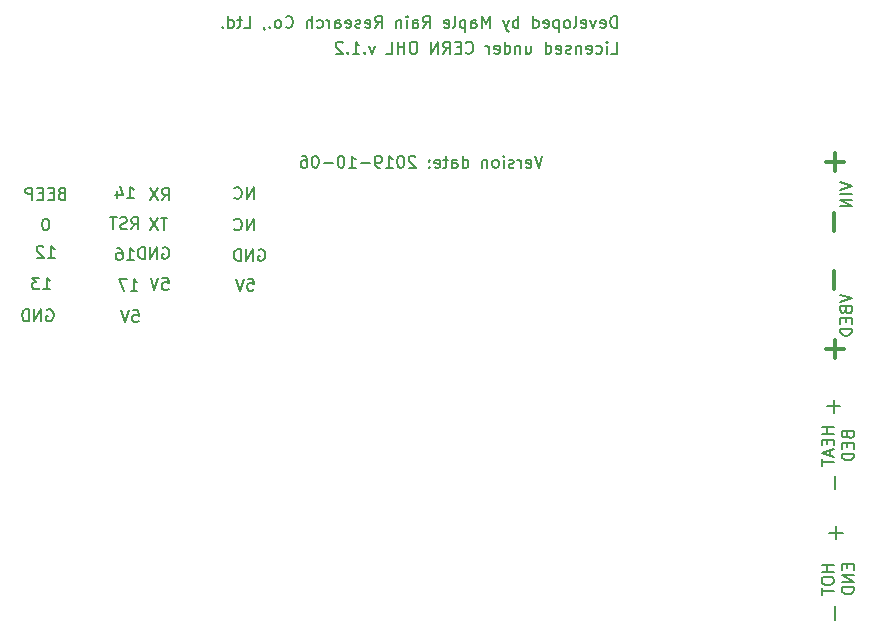
<source format=gbo>
G04 #@! TF.GenerationSoftware,KiCad,Pcbnew,5.0.2-bee76a0~70~ubuntu18.04.1*
G04 #@! TF.CreationDate,2019-11-03T09:41:25+09:00*
G04 #@! TF.ProjectId,MRR_ESPE,4d52525f-4553-4504-952e-6b696361645f,v0.5*
G04 #@! TF.SameCoordinates,Original*
G04 #@! TF.FileFunction,Legend,Bot*
G04 #@! TF.FilePolarity,Positive*
%FSLAX46Y46*%
G04 Gerber Fmt 4.6, Leading zero omitted, Abs format (unit mm)*
G04 Created by KiCad (PCBNEW 5.0.2-bee76a0~70~ubuntu18.04.1) date Sun 03 Nov 2019 09:41:25 AM JST*
%MOMM*%
%LPD*%
G01*
G04 APERTURE LIST*
%ADD10C,0.200000*%
%ADD11C,0.300000*%
G04 APERTURE END LIST*
D10*
X72490476Y-67952380D02*
X73061904Y-67952380D01*
X72776190Y-67952380D02*
X72776190Y-66952380D01*
X72871428Y-67095238D01*
X72966666Y-67190476D01*
X73061904Y-67238095D01*
X72109523Y-67047619D02*
X72061904Y-67000000D01*
X71966666Y-66952380D01*
X71728571Y-66952380D01*
X71633333Y-67000000D01*
X71585714Y-67047619D01*
X71538095Y-67142857D01*
X71538095Y-67238095D01*
X71585714Y-67380952D01*
X72157142Y-67952380D01*
X71538095Y-67952380D01*
X72347619Y-64652380D02*
X72252380Y-64652380D01*
X72157142Y-64700000D01*
X72109523Y-64747619D01*
X72061904Y-64842857D01*
X72014285Y-65033333D01*
X72014285Y-65271428D01*
X72061904Y-65461904D01*
X72109523Y-65557142D01*
X72157142Y-65604761D01*
X72252380Y-65652380D01*
X72347619Y-65652380D01*
X72442857Y-65604761D01*
X72490476Y-65557142D01*
X72538095Y-65461904D01*
X72585714Y-65271428D01*
X72585714Y-65033333D01*
X72538095Y-64842857D01*
X72490476Y-64747619D01*
X72442857Y-64700000D01*
X72347619Y-64652380D01*
X73633333Y-62528571D02*
X73490476Y-62576190D01*
X73442857Y-62623809D01*
X73395238Y-62719047D01*
X73395238Y-62861904D01*
X73442857Y-62957142D01*
X73490476Y-63004761D01*
X73585714Y-63052380D01*
X73966666Y-63052380D01*
X73966666Y-62052380D01*
X73633333Y-62052380D01*
X73538095Y-62100000D01*
X73490476Y-62147619D01*
X73442857Y-62242857D01*
X73442857Y-62338095D01*
X73490476Y-62433333D01*
X73538095Y-62480952D01*
X73633333Y-62528571D01*
X73966666Y-62528571D01*
X72966666Y-62528571D02*
X72633333Y-62528571D01*
X72490476Y-63052380D02*
X72966666Y-63052380D01*
X72966666Y-62052380D01*
X72490476Y-62052380D01*
X72061904Y-62528571D02*
X71728571Y-62528571D01*
X71585714Y-63052380D02*
X72061904Y-63052380D01*
X72061904Y-62052380D01*
X71585714Y-62052380D01*
X71157142Y-63052380D02*
X71157142Y-62052380D01*
X70776190Y-62052380D01*
X70680952Y-62100000D01*
X70633333Y-62147619D01*
X70585714Y-62242857D01*
X70585714Y-62385714D01*
X70633333Y-62480952D01*
X70680952Y-62528571D01*
X70776190Y-62576190D01*
X71157142Y-62576190D01*
X79190476Y-62952380D02*
X79761904Y-62952380D01*
X79476190Y-62952380D02*
X79476190Y-61952380D01*
X79571428Y-62095238D01*
X79666666Y-62190476D01*
X79761904Y-62238095D01*
X78333333Y-62285714D02*
X78333333Y-62952380D01*
X78571428Y-61904761D02*
X78809523Y-62619047D01*
X78190476Y-62619047D01*
X79547619Y-65552380D02*
X79880952Y-65076190D01*
X80119047Y-65552380D02*
X80119047Y-64552380D01*
X79738095Y-64552380D01*
X79642857Y-64600000D01*
X79595238Y-64647619D01*
X79547619Y-64742857D01*
X79547619Y-64885714D01*
X79595238Y-64980952D01*
X79642857Y-65028571D01*
X79738095Y-65076190D01*
X80119047Y-65076190D01*
X79166666Y-65504761D02*
X79023809Y-65552380D01*
X78785714Y-65552380D01*
X78690476Y-65504761D01*
X78642857Y-65457142D01*
X78595238Y-65361904D01*
X78595238Y-65266666D01*
X78642857Y-65171428D01*
X78690476Y-65123809D01*
X78785714Y-65076190D01*
X78976190Y-65028571D01*
X79071428Y-64980952D01*
X79119047Y-64933333D01*
X79166666Y-64838095D01*
X79166666Y-64742857D01*
X79119047Y-64647619D01*
X79071428Y-64600000D01*
X78976190Y-64552380D01*
X78738095Y-64552380D01*
X78595238Y-64600000D01*
X78309523Y-64552380D02*
X77738095Y-64552380D01*
X78023809Y-65552380D02*
X78023809Y-64552380D01*
X79190476Y-68152380D02*
X79761904Y-68152380D01*
X79476190Y-68152380D02*
X79476190Y-67152380D01*
X79571428Y-67295238D01*
X79666666Y-67390476D01*
X79761904Y-67438095D01*
X78333333Y-67152380D02*
X78523809Y-67152380D01*
X78619047Y-67200000D01*
X78666666Y-67247619D01*
X78761904Y-67390476D01*
X78809523Y-67580952D01*
X78809523Y-67961904D01*
X78761904Y-68057142D01*
X78714285Y-68104761D01*
X78619047Y-68152380D01*
X78428571Y-68152380D01*
X78333333Y-68104761D01*
X78285714Y-68057142D01*
X78238095Y-67961904D01*
X78238095Y-67723809D01*
X78285714Y-67628571D01*
X78333333Y-67580952D01*
X78428571Y-67533333D01*
X78619047Y-67533333D01*
X78714285Y-67580952D01*
X78761904Y-67628571D01*
X78809523Y-67723809D01*
X79490476Y-70752380D02*
X80061904Y-70752380D01*
X79776190Y-70752380D02*
X79776190Y-69752380D01*
X79871428Y-69895238D01*
X79966666Y-69990476D01*
X80061904Y-70038095D01*
X79157142Y-69752380D02*
X78490476Y-69752380D01*
X78919047Y-70752380D01*
X72090476Y-70652380D02*
X72661904Y-70652380D01*
X72376190Y-70652380D02*
X72376190Y-69652380D01*
X72471428Y-69795238D01*
X72566666Y-69890476D01*
X72661904Y-69938095D01*
X71757142Y-69652380D02*
X71138095Y-69652380D01*
X71471428Y-70033333D01*
X71328571Y-70033333D01*
X71233333Y-70080952D01*
X71185714Y-70128571D01*
X71138095Y-70223809D01*
X71138095Y-70461904D01*
X71185714Y-70557142D01*
X71233333Y-70604761D01*
X71328571Y-70652380D01*
X71614285Y-70652380D01*
X71709523Y-70604761D01*
X71757142Y-70557142D01*
X139084142Y-98615428D02*
X139084142Y-97472571D01*
D11*
X139004857Y-70611904D02*
X139004857Y-69088095D01*
D10*
X72389904Y-72398000D02*
X72485142Y-72350380D01*
X72628000Y-72350380D01*
X72770857Y-72398000D01*
X72866095Y-72493238D01*
X72913714Y-72588476D01*
X72961333Y-72778952D01*
X72961333Y-72921809D01*
X72913714Y-73112285D01*
X72866095Y-73207523D01*
X72770857Y-73302761D01*
X72628000Y-73350380D01*
X72532761Y-73350380D01*
X72389904Y-73302761D01*
X72342285Y-73255142D01*
X72342285Y-72921809D01*
X72532761Y-72921809D01*
X71913714Y-73350380D02*
X71913714Y-72350380D01*
X71342285Y-73350380D01*
X71342285Y-72350380D01*
X70866095Y-73350380D02*
X70866095Y-72350380D01*
X70628000Y-72350380D01*
X70485142Y-72398000D01*
X70389904Y-72493238D01*
X70342285Y-72588476D01*
X70294666Y-72778952D01*
X70294666Y-72921809D01*
X70342285Y-73112285D01*
X70389904Y-73207523D01*
X70485142Y-73302761D01*
X70628000Y-73350380D01*
X70866095Y-73350380D01*
X79656476Y-72398380D02*
X80132666Y-72398380D01*
X80180285Y-72874571D01*
X80132666Y-72826952D01*
X80037428Y-72779333D01*
X79799333Y-72779333D01*
X79704095Y-72826952D01*
X79656476Y-72874571D01*
X79608857Y-72969809D01*
X79608857Y-73207904D01*
X79656476Y-73303142D01*
X79704095Y-73350761D01*
X79799333Y-73398380D01*
X80037428Y-73398380D01*
X80132666Y-73350761D01*
X80180285Y-73303142D01*
X79323142Y-72398380D02*
X78989809Y-73398380D01*
X78656476Y-72398380D01*
X139004380Y-93985523D02*
X138004380Y-93985523D01*
X138480571Y-93985523D02*
X138480571Y-94556952D01*
X139004380Y-94556952D02*
X138004380Y-94556952D01*
X138004380Y-95223619D02*
X138004380Y-95414095D01*
X138052000Y-95509333D01*
X138147238Y-95604571D01*
X138337714Y-95652190D01*
X138671047Y-95652190D01*
X138861523Y-95604571D01*
X138956761Y-95509333D01*
X139004380Y-95414095D01*
X139004380Y-95223619D01*
X138956761Y-95128380D01*
X138861523Y-95033142D01*
X138671047Y-94985523D01*
X138337714Y-94985523D01*
X138147238Y-95033142D01*
X138052000Y-95128380D01*
X138004380Y-95223619D01*
X138004380Y-95937904D02*
X138004380Y-96509333D01*
X139004380Y-96223619D02*
X138004380Y-96223619D01*
X140180571Y-93937904D02*
X140180571Y-94271238D01*
X140704380Y-94414095D02*
X140704380Y-93937904D01*
X139704380Y-93937904D01*
X139704380Y-94414095D01*
X140704380Y-94842666D02*
X139704380Y-94842666D01*
X140704380Y-95414095D01*
X139704380Y-95414095D01*
X140704380Y-95890285D02*
X139704380Y-95890285D01*
X139704380Y-96128380D01*
X139752000Y-96271238D01*
X139847238Y-96366476D01*
X139942476Y-96414095D01*
X140132952Y-96461714D01*
X140275809Y-96461714D01*
X140466285Y-96414095D01*
X140561523Y-96366476D01*
X140656761Y-96271238D01*
X140704380Y-96128380D01*
X140704380Y-95890285D01*
X139004380Y-82328380D02*
X138004380Y-82328380D01*
X138480571Y-82328380D02*
X138480571Y-82899809D01*
X139004380Y-82899809D02*
X138004380Y-82899809D01*
X138480571Y-83376000D02*
X138480571Y-83709333D01*
X139004380Y-83852190D02*
X139004380Y-83376000D01*
X138004380Y-83376000D01*
X138004380Y-83852190D01*
X138718666Y-84233142D02*
X138718666Y-84709333D01*
X139004380Y-84137904D02*
X138004380Y-84471238D01*
X139004380Y-84804571D01*
X138004380Y-84995047D02*
X138004380Y-85566476D01*
X139004380Y-85280761D02*
X138004380Y-85280761D01*
X140180571Y-82995047D02*
X140228190Y-83137904D01*
X140275809Y-83185523D01*
X140371047Y-83233142D01*
X140513904Y-83233142D01*
X140609142Y-83185523D01*
X140656761Y-83137904D01*
X140704380Y-83042666D01*
X140704380Y-82661714D01*
X139704380Y-82661714D01*
X139704380Y-82995047D01*
X139752000Y-83090285D01*
X139799619Y-83137904D01*
X139894857Y-83185523D01*
X139990095Y-83185523D01*
X140085333Y-83137904D01*
X140132952Y-83090285D01*
X140180571Y-82995047D01*
X140180571Y-82661714D01*
X140180571Y-83661714D02*
X140180571Y-83995047D01*
X140704380Y-84137904D02*
X140704380Y-83661714D01*
X139704380Y-83661714D01*
X139704380Y-84137904D01*
X140704380Y-84566476D02*
X139704380Y-84566476D01*
X139704380Y-84804571D01*
X139752000Y-84947428D01*
X139847238Y-85042666D01*
X139942476Y-85090285D01*
X140132952Y-85137904D01*
X140275809Y-85137904D01*
X140466285Y-85090285D01*
X140561523Y-85042666D01*
X140656761Y-84947428D01*
X140704380Y-84804571D01*
X140704380Y-84566476D01*
X139554380Y-71090285D02*
X140554380Y-71423619D01*
X139554380Y-71756952D01*
X140030571Y-72423619D02*
X140078190Y-72566476D01*
X140125809Y-72614095D01*
X140221047Y-72661714D01*
X140363904Y-72661714D01*
X140459142Y-72614095D01*
X140506761Y-72566476D01*
X140554380Y-72471238D01*
X140554380Y-72090285D01*
X139554380Y-72090285D01*
X139554380Y-72423619D01*
X139602000Y-72518857D01*
X139649619Y-72566476D01*
X139744857Y-72614095D01*
X139840095Y-72614095D01*
X139935333Y-72566476D01*
X139982952Y-72518857D01*
X140030571Y-72423619D01*
X140030571Y-72090285D01*
X140030571Y-73090285D02*
X140030571Y-73423619D01*
X140554380Y-73566476D02*
X140554380Y-73090285D01*
X139554380Y-73090285D01*
X139554380Y-73566476D01*
X140554380Y-73995047D02*
X139554380Y-73995047D01*
X139554380Y-74233142D01*
X139602000Y-74376000D01*
X139697238Y-74471238D01*
X139792476Y-74518857D01*
X139982952Y-74566476D01*
X140125809Y-74566476D01*
X140316285Y-74518857D01*
X140411523Y-74471238D01*
X140506761Y-74376000D01*
X140554380Y-74233142D01*
X140554380Y-73995047D01*
X139554380Y-61580761D02*
X140554380Y-61914095D01*
X139554380Y-62247428D01*
X140554380Y-62580761D02*
X139554380Y-62580761D01*
X140554380Y-63056952D02*
X139554380Y-63056952D01*
X140554380Y-63628380D01*
X139554380Y-63628380D01*
X139194142Y-91812428D02*
X139194142Y-90669571D01*
X139765571Y-91241000D02*
X138622714Y-91241000D01*
X139009142Y-81132428D02*
X139009142Y-79989571D01*
X139580571Y-80561000D02*
X138437714Y-80561000D01*
X139084142Y-87582428D02*
X139084142Y-86439571D01*
D11*
X138350095Y-59848857D02*
X139873904Y-59848857D01*
X139112000Y-60610761D02*
X139112000Y-59086952D01*
X139004857Y-65667904D02*
X139004857Y-64144095D01*
X138390095Y-75738857D02*
X139913904Y-75738857D01*
X139152000Y-76500761D02*
X139152000Y-74976952D01*
D10*
X114355714Y-59350380D02*
X114022380Y-60350380D01*
X113689047Y-59350380D01*
X112974761Y-60302761D02*
X113070000Y-60350380D01*
X113260476Y-60350380D01*
X113355714Y-60302761D01*
X113403333Y-60207523D01*
X113403333Y-59826571D01*
X113355714Y-59731333D01*
X113260476Y-59683714D01*
X113070000Y-59683714D01*
X112974761Y-59731333D01*
X112927142Y-59826571D01*
X112927142Y-59921809D01*
X113403333Y-60017047D01*
X112498571Y-60350380D02*
X112498571Y-59683714D01*
X112498571Y-59874190D02*
X112450952Y-59778952D01*
X112403333Y-59731333D01*
X112308095Y-59683714D01*
X112212857Y-59683714D01*
X111927142Y-60302761D02*
X111831904Y-60350380D01*
X111641428Y-60350380D01*
X111546190Y-60302761D01*
X111498571Y-60207523D01*
X111498571Y-60159904D01*
X111546190Y-60064666D01*
X111641428Y-60017047D01*
X111784285Y-60017047D01*
X111879523Y-59969428D01*
X111927142Y-59874190D01*
X111927142Y-59826571D01*
X111879523Y-59731333D01*
X111784285Y-59683714D01*
X111641428Y-59683714D01*
X111546190Y-59731333D01*
X111069999Y-60350380D02*
X111069999Y-59683714D01*
X111069999Y-59350380D02*
X111117619Y-59398000D01*
X111069999Y-59445619D01*
X111022380Y-59398000D01*
X111069999Y-59350380D01*
X111069999Y-59445619D01*
X110450952Y-60350380D02*
X110546190Y-60302761D01*
X110593809Y-60255142D01*
X110641428Y-60159904D01*
X110641428Y-59874190D01*
X110593809Y-59778952D01*
X110546190Y-59731333D01*
X110450952Y-59683714D01*
X110308095Y-59683714D01*
X110212857Y-59731333D01*
X110165238Y-59778952D01*
X110117619Y-59874190D01*
X110117619Y-60159904D01*
X110165238Y-60255142D01*
X110212857Y-60302761D01*
X110308095Y-60350380D01*
X110450952Y-60350380D01*
X109689047Y-59683714D02*
X109689047Y-60350380D01*
X109689047Y-59778952D02*
X109641428Y-59731333D01*
X109546190Y-59683714D01*
X109403333Y-59683714D01*
X109308095Y-59731333D01*
X109260476Y-59826571D01*
X109260476Y-60350380D01*
X107593809Y-60350380D02*
X107593809Y-59350380D01*
X107593809Y-60302761D02*
X107689047Y-60350380D01*
X107879523Y-60350380D01*
X107974761Y-60302761D01*
X108022380Y-60255142D01*
X108069999Y-60159904D01*
X108069999Y-59874190D01*
X108022380Y-59778952D01*
X107974761Y-59731333D01*
X107879523Y-59683714D01*
X107689047Y-59683714D01*
X107593809Y-59731333D01*
X106689047Y-60350380D02*
X106689047Y-59826571D01*
X106736666Y-59731333D01*
X106831904Y-59683714D01*
X107022380Y-59683714D01*
X107117619Y-59731333D01*
X106689047Y-60302761D02*
X106784285Y-60350380D01*
X107022380Y-60350380D01*
X107117619Y-60302761D01*
X107165238Y-60207523D01*
X107165238Y-60112285D01*
X107117619Y-60017047D01*
X107022380Y-59969428D01*
X106784285Y-59969428D01*
X106689047Y-59921809D01*
X106355714Y-59683714D02*
X105974761Y-59683714D01*
X106212857Y-59350380D02*
X106212857Y-60207523D01*
X106165238Y-60302761D01*
X106069999Y-60350380D01*
X105974761Y-60350380D01*
X105260476Y-60302761D02*
X105355714Y-60350380D01*
X105546190Y-60350380D01*
X105641428Y-60302761D01*
X105689047Y-60207523D01*
X105689047Y-59826571D01*
X105641428Y-59731333D01*
X105546190Y-59683714D01*
X105355714Y-59683714D01*
X105260476Y-59731333D01*
X105212857Y-59826571D01*
X105212857Y-59921809D01*
X105689047Y-60017047D01*
X104784285Y-60255142D02*
X104736666Y-60302761D01*
X104784285Y-60350380D01*
X104831904Y-60302761D01*
X104784285Y-60255142D01*
X104784285Y-60350380D01*
X104784285Y-59731333D02*
X104736666Y-59778952D01*
X104784285Y-59826571D01*
X104831904Y-59778952D01*
X104784285Y-59731333D01*
X104784285Y-59826571D01*
X103593809Y-59445619D02*
X103546190Y-59398000D01*
X103450952Y-59350380D01*
X103212857Y-59350380D01*
X103117619Y-59398000D01*
X103069999Y-59445619D01*
X103022380Y-59540857D01*
X103022380Y-59636095D01*
X103069999Y-59778952D01*
X103641428Y-60350380D01*
X103022380Y-60350380D01*
X102403333Y-59350380D02*
X102308095Y-59350380D01*
X102212857Y-59398000D01*
X102165238Y-59445619D01*
X102117619Y-59540857D01*
X102069999Y-59731333D01*
X102069999Y-59969428D01*
X102117619Y-60159904D01*
X102165238Y-60255142D01*
X102212857Y-60302761D01*
X102308095Y-60350380D01*
X102403333Y-60350380D01*
X102498571Y-60302761D01*
X102546190Y-60255142D01*
X102593809Y-60159904D01*
X102641428Y-59969428D01*
X102641428Y-59731333D01*
X102593809Y-59540857D01*
X102546190Y-59445619D01*
X102498571Y-59398000D01*
X102403333Y-59350380D01*
X101117619Y-60350380D02*
X101689047Y-60350380D01*
X101403333Y-60350380D02*
X101403333Y-59350380D01*
X101498571Y-59493238D01*
X101593809Y-59588476D01*
X101689047Y-59636095D01*
X100641428Y-60350380D02*
X100450952Y-60350380D01*
X100355714Y-60302761D01*
X100308095Y-60255142D01*
X100212857Y-60112285D01*
X100165238Y-59921809D01*
X100165238Y-59540857D01*
X100212857Y-59445619D01*
X100260476Y-59398000D01*
X100355714Y-59350380D01*
X100546190Y-59350380D01*
X100641428Y-59398000D01*
X100689047Y-59445619D01*
X100736666Y-59540857D01*
X100736666Y-59778952D01*
X100689047Y-59874190D01*
X100641428Y-59921809D01*
X100546190Y-59969428D01*
X100355714Y-59969428D01*
X100260476Y-59921809D01*
X100212857Y-59874190D01*
X100165238Y-59778952D01*
X99736666Y-59969428D02*
X98974761Y-59969428D01*
X97974761Y-60350380D02*
X98546190Y-60350380D01*
X98260476Y-60350380D02*
X98260476Y-59350380D01*
X98355714Y-59493238D01*
X98450952Y-59588476D01*
X98546190Y-59636095D01*
X97355714Y-59350380D02*
X97260476Y-59350380D01*
X97165238Y-59398000D01*
X97117619Y-59445619D01*
X97069999Y-59540857D01*
X97022380Y-59731333D01*
X97022380Y-59969428D01*
X97069999Y-60159904D01*
X97117619Y-60255142D01*
X97165238Y-60302761D01*
X97260476Y-60350380D01*
X97355714Y-60350380D01*
X97450952Y-60302761D01*
X97498571Y-60255142D01*
X97546190Y-60159904D01*
X97593809Y-59969428D01*
X97593809Y-59731333D01*
X97546190Y-59540857D01*
X97498571Y-59445619D01*
X97450952Y-59398000D01*
X97355714Y-59350380D01*
X96593809Y-59969428D02*
X95831904Y-59969428D01*
X95165238Y-59350380D02*
X95069999Y-59350380D01*
X94974761Y-59398000D01*
X94927142Y-59445619D01*
X94879523Y-59540857D01*
X94831904Y-59731333D01*
X94831904Y-59969428D01*
X94879523Y-60159904D01*
X94927142Y-60255142D01*
X94974761Y-60302761D01*
X95069999Y-60350380D01*
X95165238Y-60350380D01*
X95260476Y-60302761D01*
X95308095Y-60255142D01*
X95355714Y-60159904D01*
X95403333Y-59969428D01*
X95403333Y-59731333D01*
X95355714Y-59540857D01*
X95308095Y-59445619D01*
X95260476Y-59398000D01*
X95165238Y-59350380D01*
X93974761Y-59350380D02*
X94165238Y-59350380D01*
X94260476Y-59398000D01*
X94308095Y-59445619D01*
X94403333Y-59588476D01*
X94450952Y-59778952D01*
X94450952Y-60159904D01*
X94403333Y-60255142D01*
X94355714Y-60302761D01*
X94260476Y-60350380D01*
X94069999Y-60350380D01*
X93974761Y-60302761D01*
X93927142Y-60255142D01*
X93879523Y-60159904D01*
X93879523Y-59921809D01*
X93927142Y-59826571D01*
X93974761Y-59778952D01*
X94069999Y-59731333D01*
X94260476Y-59731333D01*
X94355714Y-59778952D01*
X94403333Y-59826571D01*
X94450952Y-59921809D01*
X120650476Y-48510380D02*
X120650476Y-47510380D01*
X120412380Y-47510380D01*
X120269523Y-47558000D01*
X120174285Y-47653238D01*
X120126666Y-47748476D01*
X120079047Y-47938952D01*
X120079047Y-48081809D01*
X120126666Y-48272285D01*
X120174285Y-48367523D01*
X120269523Y-48462761D01*
X120412380Y-48510380D01*
X120650476Y-48510380D01*
X119269523Y-48462761D02*
X119364761Y-48510380D01*
X119555238Y-48510380D01*
X119650476Y-48462761D01*
X119698095Y-48367523D01*
X119698095Y-47986571D01*
X119650476Y-47891333D01*
X119555238Y-47843714D01*
X119364761Y-47843714D01*
X119269523Y-47891333D01*
X119221904Y-47986571D01*
X119221904Y-48081809D01*
X119698095Y-48177047D01*
X118888571Y-47843714D02*
X118650476Y-48510380D01*
X118412380Y-47843714D01*
X117650476Y-48462761D02*
X117745714Y-48510380D01*
X117936190Y-48510380D01*
X118031428Y-48462761D01*
X118079047Y-48367523D01*
X118079047Y-47986571D01*
X118031428Y-47891333D01*
X117936190Y-47843714D01*
X117745714Y-47843714D01*
X117650476Y-47891333D01*
X117602857Y-47986571D01*
X117602857Y-48081809D01*
X118079047Y-48177047D01*
X117031428Y-48510380D02*
X117126666Y-48462761D01*
X117174285Y-48367523D01*
X117174285Y-47510380D01*
X116507619Y-48510380D02*
X116602857Y-48462761D01*
X116650476Y-48415142D01*
X116698095Y-48319904D01*
X116698095Y-48034190D01*
X116650476Y-47938952D01*
X116602857Y-47891333D01*
X116507619Y-47843714D01*
X116364761Y-47843714D01*
X116269523Y-47891333D01*
X116221904Y-47938952D01*
X116174285Y-48034190D01*
X116174285Y-48319904D01*
X116221904Y-48415142D01*
X116269523Y-48462761D01*
X116364761Y-48510380D01*
X116507619Y-48510380D01*
X115745714Y-47843714D02*
X115745714Y-48843714D01*
X115745714Y-47891333D02*
X115650476Y-47843714D01*
X115460000Y-47843714D01*
X115364761Y-47891333D01*
X115317142Y-47938952D01*
X115269523Y-48034190D01*
X115269523Y-48319904D01*
X115317142Y-48415142D01*
X115364761Y-48462761D01*
X115460000Y-48510380D01*
X115650476Y-48510380D01*
X115745714Y-48462761D01*
X114460000Y-48462761D02*
X114555238Y-48510380D01*
X114745714Y-48510380D01*
X114840952Y-48462761D01*
X114888571Y-48367523D01*
X114888571Y-47986571D01*
X114840952Y-47891333D01*
X114745714Y-47843714D01*
X114555238Y-47843714D01*
X114460000Y-47891333D01*
X114412380Y-47986571D01*
X114412380Y-48081809D01*
X114888571Y-48177047D01*
X113555238Y-48510380D02*
X113555238Y-47510380D01*
X113555238Y-48462761D02*
X113650476Y-48510380D01*
X113840952Y-48510380D01*
X113936190Y-48462761D01*
X113983809Y-48415142D01*
X114031428Y-48319904D01*
X114031428Y-48034190D01*
X113983809Y-47938952D01*
X113936190Y-47891333D01*
X113840952Y-47843714D01*
X113650476Y-47843714D01*
X113555238Y-47891333D01*
X112317142Y-48510380D02*
X112317142Y-47510380D01*
X112317142Y-47891333D02*
X112221904Y-47843714D01*
X112031428Y-47843714D01*
X111936190Y-47891333D01*
X111888571Y-47938952D01*
X111840952Y-48034190D01*
X111840952Y-48319904D01*
X111888571Y-48415142D01*
X111936190Y-48462761D01*
X112031428Y-48510380D01*
X112221904Y-48510380D01*
X112317142Y-48462761D01*
X111507619Y-47843714D02*
X111269523Y-48510380D01*
X111031428Y-47843714D02*
X111269523Y-48510380D01*
X111364761Y-48748476D01*
X111412380Y-48796095D01*
X111507619Y-48843714D01*
X109888571Y-48510380D02*
X109888571Y-47510380D01*
X109555238Y-48224666D01*
X109221904Y-47510380D01*
X109221904Y-48510380D01*
X108317142Y-48510380D02*
X108317142Y-47986571D01*
X108364761Y-47891333D01*
X108460000Y-47843714D01*
X108650476Y-47843714D01*
X108745714Y-47891333D01*
X108317142Y-48462761D02*
X108412380Y-48510380D01*
X108650476Y-48510380D01*
X108745714Y-48462761D01*
X108793333Y-48367523D01*
X108793333Y-48272285D01*
X108745714Y-48177047D01*
X108650476Y-48129428D01*
X108412380Y-48129428D01*
X108317142Y-48081809D01*
X107840952Y-47843714D02*
X107840952Y-48843714D01*
X107840952Y-47891333D02*
X107745714Y-47843714D01*
X107555238Y-47843714D01*
X107460000Y-47891333D01*
X107412380Y-47938952D01*
X107364761Y-48034190D01*
X107364761Y-48319904D01*
X107412380Y-48415142D01*
X107460000Y-48462761D01*
X107555238Y-48510380D01*
X107745714Y-48510380D01*
X107840952Y-48462761D01*
X106793333Y-48510380D02*
X106888571Y-48462761D01*
X106936190Y-48367523D01*
X106936190Y-47510380D01*
X106031428Y-48462761D02*
X106126666Y-48510380D01*
X106317142Y-48510380D01*
X106412380Y-48462761D01*
X106460000Y-48367523D01*
X106460000Y-47986571D01*
X106412380Y-47891333D01*
X106317142Y-47843714D01*
X106126666Y-47843714D01*
X106031428Y-47891333D01*
X105983809Y-47986571D01*
X105983809Y-48081809D01*
X106460000Y-48177047D01*
X104221904Y-48510380D02*
X104555238Y-48034190D01*
X104793333Y-48510380D02*
X104793333Y-47510380D01*
X104412380Y-47510380D01*
X104317142Y-47558000D01*
X104269523Y-47605619D01*
X104221904Y-47700857D01*
X104221904Y-47843714D01*
X104269523Y-47938952D01*
X104317142Y-47986571D01*
X104412380Y-48034190D01*
X104793333Y-48034190D01*
X103364761Y-48510380D02*
X103364761Y-47986571D01*
X103412380Y-47891333D01*
X103507619Y-47843714D01*
X103698095Y-47843714D01*
X103793333Y-47891333D01*
X103364761Y-48462761D02*
X103460000Y-48510380D01*
X103698095Y-48510380D01*
X103793333Y-48462761D01*
X103840952Y-48367523D01*
X103840952Y-48272285D01*
X103793333Y-48177047D01*
X103698095Y-48129428D01*
X103460000Y-48129428D01*
X103364761Y-48081809D01*
X102888571Y-48510380D02*
X102888571Y-47843714D01*
X102888571Y-47510380D02*
X102936190Y-47558000D01*
X102888571Y-47605619D01*
X102840952Y-47558000D01*
X102888571Y-47510380D01*
X102888571Y-47605619D01*
X102412380Y-47843714D02*
X102412380Y-48510380D01*
X102412380Y-47938952D02*
X102364761Y-47891333D01*
X102269523Y-47843714D01*
X102126666Y-47843714D01*
X102031428Y-47891333D01*
X101983809Y-47986571D01*
X101983809Y-48510380D01*
X100174285Y-48510380D02*
X100507619Y-48034190D01*
X100745714Y-48510380D02*
X100745714Y-47510380D01*
X100364761Y-47510380D01*
X100269523Y-47558000D01*
X100221904Y-47605619D01*
X100174285Y-47700857D01*
X100174285Y-47843714D01*
X100221904Y-47938952D01*
X100269523Y-47986571D01*
X100364761Y-48034190D01*
X100745714Y-48034190D01*
X99364761Y-48462761D02*
X99460000Y-48510380D01*
X99650476Y-48510380D01*
X99745714Y-48462761D01*
X99793333Y-48367523D01*
X99793333Y-47986571D01*
X99745714Y-47891333D01*
X99650476Y-47843714D01*
X99460000Y-47843714D01*
X99364761Y-47891333D01*
X99317142Y-47986571D01*
X99317142Y-48081809D01*
X99793333Y-48177047D01*
X98936190Y-48462761D02*
X98840952Y-48510380D01*
X98650476Y-48510380D01*
X98555238Y-48462761D01*
X98507619Y-48367523D01*
X98507619Y-48319904D01*
X98555238Y-48224666D01*
X98650476Y-48177047D01*
X98793333Y-48177047D01*
X98888571Y-48129428D01*
X98936190Y-48034190D01*
X98936190Y-47986571D01*
X98888571Y-47891333D01*
X98793333Y-47843714D01*
X98650476Y-47843714D01*
X98555238Y-47891333D01*
X97698095Y-48462761D02*
X97793333Y-48510380D01*
X97983809Y-48510380D01*
X98079047Y-48462761D01*
X98126666Y-48367523D01*
X98126666Y-47986571D01*
X98079047Y-47891333D01*
X97983809Y-47843714D01*
X97793333Y-47843714D01*
X97698095Y-47891333D01*
X97650476Y-47986571D01*
X97650476Y-48081809D01*
X98126666Y-48177047D01*
X96793333Y-48510380D02*
X96793333Y-47986571D01*
X96840952Y-47891333D01*
X96936190Y-47843714D01*
X97126666Y-47843714D01*
X97221904Y-47891333D01*
X96793333Y-48462761D02*
X96888571Y-48510380D01*
X97126666Y-48510380D01*
X97221904Y-48462761D01*
X97269523Y-48367523D01*
X97269523Y-48272285D01*
X97221904Y-48177047D01*
X97126666Y-48129428D01*
X96888571Y-48129428D01*
X96793333Y-48081809D01*
X96317142Y-48510380D02*
X96317142Y-47843714D01*
X96317142Y-48034190D02*
X96269523Y-47938952D01*
X96221904Y-47891333D01*
X96126666Y-47843714D01*
X96031428Y-47843714D01*
X95269523Y-48462761D02*
X95364761Y-48510380D01*
X95555238Y-48510380D01*
X95650476Y-48462761D01*
X95698095Y-48415142D01*
X95745714Y-48319904D01*
X95745714Y-48034190D01*
X95698095Y-47938952D01*
X95650476Y-47891333D01*
X95555238Y-47843714D01*
X95364761Y-47843714D01*
X95269523Y-47891333D01*
X94840952Y-48510380D02*
X94840952Y-47510380D01*
X94412380Y-48510380D02*
X94412380Y-47986571D01*
X94460000Y-47891333D01*
X94555238Y-47843714D01*
X94698095Y-47843714D01*
X94793333Y-47891333D01*
X94840952Y-47938952D01*
X92602857Y-48415142D02*
X92650476Y-48462761D01*
X92793333Y-48510380D01*
X92888571Y-48510380D01*
X93031428Y-48462761D01*
X93126666Y-48367523D01*
X93174285Y-48272285D01*
X93221904Y-48081809D01*
X93221904Y-47938952D01*
X93174285Y-47748476D01*
X93126666Y-47653238D01*
X93031428Y-47558000D01*
X92888571Y-47510380D01*
X92793333Y-47510380D01*
X92650476Y-47558000D01*
X92602857Y-47605619D01*
X92031428Y-48510380D02*
X92126666Y-48462761D01*
X92174285Y-48415142D01*
X92221904Y-48319904D01*
X92221904Y-48034190D01*
X92174285Y-47938952D01*
X92126666Y-47891333D01*
X92031428Y-47843714D01*
X91888571Y-47843714D01*
X91793333Y-47891333D01*
X91745714Y-47938952D01*
X91698095Y-48034190D01*
X91698095Y-48319904D01*
X91745714Y-48415142D01*
X91793333Y-48462761D01*
X91888571Y-48510380D01*
X92031428Y-48510380D01*
X91269523Y-48415142D02*
X91221904Y-48462761D01*
X91269523Y-48510380D01*
X91317142Y-48462761D01*
X91269523Y-48415142D01*
X91269523Y-48510380D01*
X90745714Y-48462761D02*
X90745714Y-48510380D01*
X90793333Y-48605619D01*
X90840952Y-48653238D01*
X89079047Y-48510380D02*
X89555238Y-48510380D01*
X89555238Y-47510380D01*
X88888571Y-47843714D02*
X88507619Y-47843714D01*
X88745714Y-47510380D02*
X88745714Y-48367523D01*
X88698095Y-48462761D01*
X88602857Y-48510380D01*
X88507619Y-48510380D01*
X87745714Y-48510380D02*
X87745714Y-47510380D01*
X87745714Y-48462761D02*
X87840952Y-48510380D01*
X88031428Y-48510380D01*
X88126666Y-48462761D01*
X88174285Y-48415142D01*
X88221904Y-48319904D01*
X88221904Y-48034190D01*
X88174285Y-47938952D01*
X88126666Y-47891333D01*
X88031428Y-47843714D01*
X87840952Y-47843714D01*
X87745714Y-47891333D01*
X87269523Y-48415142D02*
X87221904Y-48462761D01*
X87269523Y-48510380D01*
X87317142Y-48462761D01*
X87269523Y-48415142D01*
X87269523Y-48510380D01*
X120150952Y-50690380D02*
X120627142Y-50690380D01*
X120627142Y-49690380D01*
X119817619Y-50690380D02*
X119817619Y-50023714D01*
X119817619Y-49690380D02*
X119865238Y-49738000D01*
X119817619Y-49785619D01*
X119770000Y-49738000D01*
X119817619Y-49690380D01*
X119817619Y-49785619D01*
X118912857Y-50642761D02*
X119008095Y-50690380D01*
X119198571Y-50690380D01*
X119293809Y-50642761D01*
X119341428Y-50595142D01*
X119389047Y-50499904D01*
X119389047Y-50214190D01*
X119341428Y-50118952D01*
X119293809Y-50071333D01*
X119198571Y-50023714D01*
X119008095Y-50023714D01*
X118912857Y-50071333D01*
X118103333Y-50642761D02*
X118198571Y-50690380D01*
X118389047Y-50690380D01*
X118484285Y-50642761D01*
X118531904Y-50547523D01*
X118531904Y-50166571D01*
X118484285Y-50071333D01*
X118389047Y-50023714D01*
X118198571Y-50023714D01*
X118103333Y-50071333D01*
X118055714Y-50166571D01*
X118055714Y-50261809D01*
X118531904Y-50357047D01*
X117627142Y-50023714D02*
X117627142Y-50690380D01*
X117627142Y-50118952D02*
X117579523Y-50071333D01*
X117484285Y-50023714D01*
X117341428Y-50023714D01*
X117246190Y-50071333D01*
X117198571Y-50166571D01*
X117198571Y-50690380D01*
X116770000Y-50642761D02*
X116674761Y-50690380D01*
X116484285Y-50690380D01*
X116389047Y-50642761D01*
X116341428Y-50547523D01*
X116341428Y-50499904D01*
X116389047Y-50404666D01*
X116484285Y-50357047D01*
X116627142Y-50357047D01*
X116722380Y-50309428D01*
X116770000Y-50214190D01*
X116770000Y-50166571D01*
X116722380Y-50071333D01*
X116627142Y-50023714D01*
X116484285Y-50023714D01*
X116389047Y-50071333D01*
X115531904Y-50642761D02*
X115627142Y-50690380D01*
X115817619Y-50690380D01*
X115912857Y-50642761D01*
X115960476Y-50547523D01*
X115960476Y-50166571D01*
X115912857Y-50071333D01*
X115817619Y-50023714D01*
X115627142Y-50023714D01*
X115531904Y-50071333D01*
X115484285Y-50166571D01*
X115484285Y-50261809D01*
X115960476Y-50357047D01*
X114627142Y-50690380D02*
X114627142Y-49690380D01*
X114627142Y-50642761D02*
X114722380Y-50690380D01*
X114912857Y-50690380D01*
X115008095Y-50642761D01*
X115055714Y-50595142D01*
X115103333Y-50499904D01*
X115103333Y-50214190D01*
X115055714Y-50118952D01*
X115008095Y-50071333D01*
X114912857Y-50023714D01*
X114722380Y-50023714D01*
X114627142Y-50071333D01*
X112960476Y-50023714D02*
X112960476Y-50690380D01*
X113389047Y-50023714D02*
X113389047Y-50547523D01*
X113341428Y-50642761D01*
X113246190Y-50690380D01*
X113103333Y-50690380D01*
X113008095Y-50642761D01*
X112960476Y-50595142D01*
X112484285Y-50023714D02*
X112484285Y-50690380D01*
X112484285Y-50118952D02*
X112436666Y-50071333D01*
X112341428Y-50023714D01*
X112198571Y-50023714D01*
X112103333Y-50071333D01*
X112055714Y-50166571D01*
X112055714Y-50690380D01*
X111150952Y-50690380D02*
X111150952Y-49690380D01*
X111150952Y-50642761D02*
X111246190Y-50690380D01*
X111436666Y-50690380D01*
X111531904Y-50642761D01*
X111579523Y-50595142D01*
X111627142Y-50499904D01*
X111627142Y-50214190D01*
X111579523Y-50118952D01*
X111531904Y-50071333D01*
X111436666Y-50023714D01*
X111246190Y-50023714D01*
X111150952Y-50071333D01*
X110293809Y-50642761D02*
X110389047Y-50690380D01*
X110579523Y-50690380D01*
X110674761Y-50642761D01*
X110722380Y-50547523D01*
X110722380Y-50166571D01*
X110674761Y-50071333D01*
X110579523Y-50023714D01*
X110389047Y-50023714D01*
X110293809Y-50071333D01*
X110246190Y-50166571D01*
X110246190Y-50261809D01*
X110722380Y-50357047D01*
X109817619Y-50690380D02*
X109817619Y-50023714D01*
X109817619Y-50214190D02*
X109770000Y-50118952D01*
X109722380Y-50071333D01*
X109627142Y-50023714D01*
X109531904Y-50023714D01*
X107865238Y-50595142D02*
X107912857Y-50642761D01*
X108055714Y-50690380D01*
X108150952Y-50690380D01*
X108293809Y-50642761D01*
X108389047Y-50547523D01*
X108436666Y-50452285D01*
X108484285Y-50261809D01*
X108484285Y-50118952D01*
X108436666Y-49928476D01*
X108389047Y-49833238D01*
X108293809Y-49738000D01*
X108150952Y-49690380D01*
X108055714Y-49690380D01*
X107912857Y-49738000D01*
X107865238Y-49785619D01*
X107436666Y-50166571D02*
X107103333Y-50166571D01*
X106960476Y-50690380D02*
X107436666Y-50690380D01*
X107436666Y-49690380D01*
X106960476Y-49690380D01*
X105960476Y-50690380D02*
X106293809Y-50214190D01*
X106531904Y-50690380D02*
X106531904Y-49690380D01*
X106150952Y-49690380D01*
X106055714Y-49738000D01*
X106008095Y-49785619D01*
X105960476Y-49880857D01*
X105960476Y-50023714D01*
X106008095Y-50118952D01*
X106055714Y-50166571D01*
X106150952Y-50214190D01*
X106531904Y-50214190D01*
X105531904Y-50690380D02*
X105531904Y-49690380D01*
X104960476Y-50690380D01*
X104960476Y-49690380D01*
X103531904Y-49690380D02*
X103341428Y-49690380D01*
X103246190Y-49738000D01*
X103150952Y-49833238D01*
X103103333Y-50023714D01*
X103103333Y-50357047D01*
X103150952Y-50547523D01*
X103246190Y-50642761D01*
X103341428Y-50690380D01*
X103531904Y-50690380D01*
X103627142Y-50642761D01*
X103722380Y-50547523D01*
X103770000Y-50357047D01*
X103770000Y-50023714D01*
X103722380Y-49833238D01*
X103627142Y-49738000D01*
X103531904Y-49690380D01*
X102674761Y-50690380D02*
X102674761Y-49690380D01*
X102674761Y-50166571D02*
X102103333Y-50166571D01*
X102103333Y-50690380D02*
X102103333Y-49690380D01*
X101150952Y-50690380D02*
X101627142Y-50690380D01*
X101627142Y-49690380D01*
X100150952Y-50023714D02*
X99912857Y-50690380D01*
X99674761Y-50023714D01*
X99293809Y-50595142D02*
X99246190Y-50642761D01*
X99293809Y-50690380D01*
X99341428Y-50642761D01*
X99293809Y-50595142D01*
X99293809Y-50690380D01*
X98293809Y-50690380D02*
X98865238Y-50690380D01*
X98579523Y-50690380D02*
X98579523Y-49690380D01*
X98674761Y-49833238D01*
X98770000Y-49928476D01*
X98865238Y-49976095D01*
X97865238Y-50595142D02*
X97817619Y-50642761D01*
X97865238Y-50690380D01*
X97912857Y-50642761D01*
X97865238Y-50595142D01*
X97865238Y-50690380D01*
X97436666Y-49785619D02*
X97389047Y-49738000D01*
X97293809Y-49690380D01*
X97055714Y-49690380D01*
X96960476Y-49738000D01*
X96912857Y-49785619D01*
X96865238Y-49880857D01*
X96865238Y-49976095D01*
X96912857Y-50118952D01*
X97484285Y-50690380D01*
X96865238Y-50690380D01*
X82124245Y-63102420D02*
X82457579Y-62626230D01*
X82695674Y-63102420D02*
X82695674Y-62102420D01*
X82314721Y-62102420D01*
X82219483Y-62150040D01*
X82171864Y-62197659D01*
X82124245Y-62292897D01*
X82124245Y-62435754D01*
X82171864Y-62530992D01*
X82219483Y-62578611D01*
X82314721Y-62626230D01*
X82695674Y-62626230D01*
X81790912Y-62102420D02*
X81124245Y-63102420D01*
X81124245Y-62102420D02*
X81790912Y-63102420D01*
X82594483Y-64602420D02*
X82023055Y-64602420D01*
X82308769Y-65602420D02*
X82308769Y-64602420D01*
X81784959Y-64602420D02*
X81118293Y-65602420D01*
X81118293Y-64602420D02*
X81784959Y-65602420D01*
X89893293Y-63002420D02*
X89893293Y-62002420D01*
X89321864Y-63002420D01*
X89321864Y-62002420D01*
X88274245Y-62907182D02*
X88321864Y-62954801D01*
X88464721Y-63002420D01*
X88559959Y-63002420D01*
X88702817Y-62954801D01*
X88798055Y-62859563D01*
X88845674Y-62764325D01*
X88893293Y-62573849D01*
X88893293Y-62430992D01*
X88845674Y-62240516D01*
X88798055Y-62145278D01*
X88702817Y-62050040D01*
X88559959Y-62002420D01*
X88464721Y-62002420D01*
X88321864Y-62050040D01*
X88274245Y-62097659D01*
X89893293Y-65652420D02*
X89893293Y-64652420D01*
X89321864Y-65652420D01*
X89321864Y-64652420D01*
X88274245Y-65557182D02*
X88321864Y-65604801D01*
X88464721Y-65652420D01*
X88559959Y-65652420D01*
X88702817Y-65604801D01*
X88798055Y-65509563D01*
X88845674Y-65414325D01*
X88893293Y-65223849D01*
X88893293Y-65080992D01*
X88845674Y-64890516D01*
X88798055Y-64795278D01*
X88702817Y-64700040D01*
X88559959Y-64652420D01*
X88464721Y-64652420D01*
X88321864Y-64700040D01*
X88274245Y-64747659D01*
X90319483Y-67275040D02*
X90414721Y-67227420D01*
X90557579Y-67227420D01*
X90700436Y-67275040D01*
X90795674Y-67370278D01*
X90843293Y-67465516D01*
X90890912Y-67655992D01*
X90890912Y-67798849D01*
X90843293Y-67989325D01*
X90795674Y-68084563D01*
X90700436Y-68179801D01*
X90557579Y-68227420D01*
X90462340Y-68227420D01*
X90319483Y-68179801D01*
X90271864Y-68132182D01*
X90271864Y-67798849D01*
X90462340Y-67798849D01*
X89843293Y-68227420D02*
X89843293Y-67227420D01*
X89271864Y-68227420D01*
X89271864Y-67227420D01*
X88795674Y-68227420D02*
X88795674Y-67227420D01*
X88557579Y-67227420D01*
X88414721Y-67275040D01*
X88319483Y-67370278D01*
X88271864Y-67465516D01*
X88224245Y-67655992D01*
X88224245Y-67798849D01*
X88271864Y-67989325D01*
X88319483Y-68084563D01*
X88414721Y-68179801D01*
X88557579Y-68227420D01*
X88795674Y-68227420D01*
X82194483Y-67125040D02*
X82289721Y-67077420D01*
X82432579Y-67077420D01*
X82575436Y-67125040D01*
X82670674Y-67220278D01*
X82718293Y-67315516D01*
X82765912Y-67505992D01*
X82765912Y-67648849D01*
X82718293Y-67839325D01*
X82670674Y-67934563D01*
X82575436Y-68029801D01*
X82432579Y-68077420D01*
X82337340Y-68077420D01*
X82194483Y-68029801D01*
X82146864Y-67982182D01*
X82146864Y-67648849D01*
X82337340Y-67648849D01*
X81718293Y-68077420D02*
X81718293Y-67077420D01*
X81146864Y-68077420D01*
X81146864Y-67077420D01*
X80670674Y-68077420D02*
X80670674Y-67077420D01*
X80432579Y-67077420D01*
X80289721Y-67125040D01*
X80194483Y-67220278D01*
X80146864Y-67315516D01*
X80099245Y-67505992D01*
X80099245Y-67648849D01*
X80146864Y-67839325D01*
X80194483Y-67934563D01*
X80289721Y-68029801D01*
X80432579Y-68077420D01*
X80670674Y-68077420D01*
X82173055Y-69677420D02*
X82649245Y-69677420D01*
X82696864Y-70153611D01*
X82649245Y-70105992D01*
X82554007Y-70058373D01*
X82315912Y-70058373D01*
X82220674Y-70105992D01*
X82173055Y-70153611D01*
X82125436Y-70248849D01*
X82125436Y-70486944D01*
X82173055Y-70582182D01*
X82220674Y-70629801D01*
X82315912Y-70677420D01*
X82554007Y-70677420D01*
X82649245Y-70629801D01*
X82696864Y-70582182D01*
X81839721Y-69677420D02*
X81506388Y-70677420D01*
X81173055Y-69677420D01*
X89398055Y-69752420D02*
X89874245Y-69752420D01*
X89921864Y-70228611D01*
X89874245Y-70180992D01*
X89779007Y-70133373D01*
X89540912Y-70133373D01*
X89445674Y-70180992D01*
X89398055Y-70228611D01*
X89350436Y-70323849D01*
X89350436Y-70561944D01*
X89398055Y-70657182D01*
X89445674Y-70704801D01*
X89540912Y-70752420D01*
X89779007Y-70752420D01*
X89874245Y-70704801D01*
X89921864Y-70657182D01*
X89064721Y-69752420D02*
X88731388Y-70752420D01*
X88398055Y-69752420D01*
M02*

</source>
